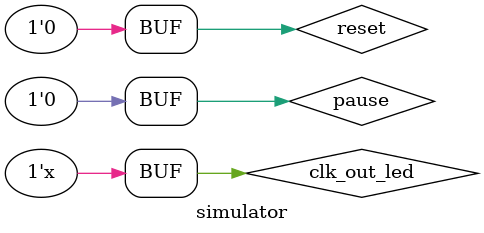
<source format=v>
`timescale 1ns / 1ps


module simulator();
    reg clk_out_led, reset, pause;
    wire [5:0] valoare_bin;
    wire carry_out;
    numarator num(clk_out_led, reset, pause, valoare_bin, carry_out);
    initial begin
        clk_out_led =0;
        pause = 0;
        reset = 1;
        #50 reset = 0;
    end
    always 
    #20 clk_out_led = !clk_out_led;
endmodule

</source>
